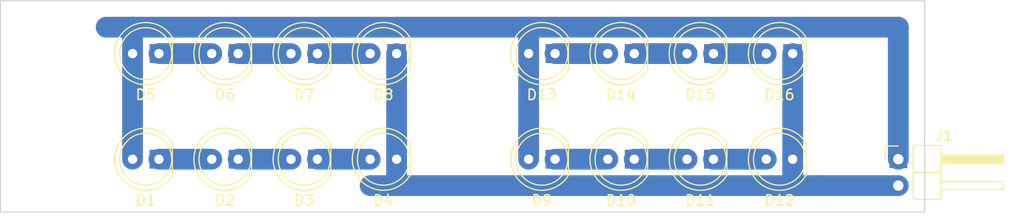
<source format=kicad_pcb>
(kicad_pcb (version 20211014) (generator pcbnew)
  (layers (0 "F.Cu" signal) (31 "B.Cu" signal) (34 "B.Paste" user) (35 "F.Paste" user) (36 "B.SilkS" user "B.Silkscreen") (37 "F.SilkS" user "F.Silkscreen") (38 "B.Mask" user) (39 "F.Mask" user) (44 "Edge.Cuts" user))
  (net 0 "")
  (net 1 "Net-(D1-Pad1)")
  (net 2 "Net-(D1-Pad2)")
  (net 3 "Net-(D2-Pad1)")
  (net 4 "Net-(D3-Pad1)")
  (net 5 "Net-(D12-Pad1)")
  (net 6 "Net-(D5-Pad1)")
  (net 7 "Net-(D6-Pad1)")
  (net 8 "Net-(D7-Pad1)")
  (net 9 "Net-(D10-Pad2)")
  (net 10 "Net-(D10-Pad1)")
  (net 11 "Net-(D11-Pad1)")
  (net 12 "Net-(D13-Pad1)")
  (net 13 "Net-(D14-Pad1)")
  (net 14 "Net-(D15-Pad1)")
  (footprint "LED_THT:LED_D5.0mm" (layer "F.Cu") (at 132.08 111.76 180)
    (fp_text reference "D7" (at 1.27 -3.96) (layer "F.SilkS"))
    (fp_text value "LED")
    (fp_line (start -1.29 -1.545) (end -1.29 1.545) (layer "F.SilkS") (width 0.12))
    (fp_arc (start -1.29 -1.54483) (mid 2.072002 -2.880433) (end 4.26 0.000462) (layer "F.SilkS") (width 0.12))
    (fp_arc (start 4.26 -0.000462) (mid 2.072002 2.880433) (end -1.29 1.54483) (layer "F.SilkS") (width 0.12))
    (fp_circle (center 1.27 0) (end 3.77 0) (layer "F.SilkS") (width 0.12) (fill none))
    (pad "1" thru_hole rect (at 0 0 180) (size 1.8 1.8) (drill 0.9) (layers *.Cu *.Mask) (net 8 "Net-(D7-Pad1)"))
    (pad "2" thru_hole circle (at 2.54 0 180) (size 1.8 1.8) (drill 0.9) (layers *.Cu *.Mask) (net 7 "Net-(D6-Pad1)"))
  )
  (footprint "LED_THT:LED_D5.0mm" (layer "F.Cu") (at 124.46 121.92 180)
    (fp_text reference "D2" (at 1.27 -3.96) (layer "F.SilkS"))
    (fp_text value "LED")
    (fp_line (start -1.29 -1.545) (end -1.29 1.545) (layer "F.SilkS") (width 0.12))
    (fp_arc (start 4.26 -0.000462) (mid 2.072002 2.880433) (end -1.29 1.54483) (layer "F.SilkS") (width 0.12))
    (fp_arc (start -1.29 -1.54483) (mid 2.072002 -2.880433) (end 4.26 0.000462) (layer "F.SilkS") (width 0.12))
    (fp_circle (center 1.27 0) (end 3.77 0) (layer "F.SilkS") (width 0.12) (fill none))
    (pad "1" thru_hole rect (at 0 0 180) (size 1.8 1.8) (drill 0.9) (layers *.Cu *.Mask) (net 3 "Net-(D2-Pad1)"))
    (pad "2" thru_hole circle (at 2.54 0 180) (size 1.8 1.8) (drill 0.9) (layers *.Cu *.Mask) (net 1 "Net-(D1-Pad1)"))
  )
  (footprint "LED_THT:LED_D5.0mm" (layer "F.Cu") (at 139.7 111.76 180)
    (fp_text reference "D8" (at 1.27 -3.96) (layer "F.SilkS"))
    (fp_text value "LED")
    (fp_line (start -1.29 -1.545) (end -1.29 1.545) (layer "F.SilkS") (width 0.12))
    (fp_arc (start 4.26 -0.000462) (mid 2.072002 2.880433) (end -1.29 1.54483) (layer "F.SilkS") (width 0.12))
    (fp_arc (start -1.29 -1.54483) (mid 2.072002 -2.880433) (end 4.26 0.000462) (layer "F.SilkS") (width 0.12))
    (fp_circle (center 1.27 0) (end 3.77 0) (layer "F.SilkS") (width 0.12) (fill none))
    (pad "1" thru_hole rect (at 0 0 180) (size 1.8 1.8) (drill 0.9) (layers *.Cu *.Mask) (net 5 "Net-(D12-Pad1)"))
    (pad "2" thru_hole circle (at 2.54 0 180) (size 1.8 1.8) (drill 0.9) (layers *.Cu *.Mask) (net 8 "Net-(D7-Pad1)"))
  )
  (footprint "LED_THT:LED_D5.0mm" (layer "F.Cu") (at 116.84 121.92 180)
    (fp_text reference "D1" (at 1.27 -3.96) (layer "F.SilkS"))
    (fp_text value "LED")
    (fp_line (start -1.29 -1.545) (end -1.29 1.545) (layer "F.SilkS") (width 0.12))
    (fp_arc (start 4.26 -0.000462) (mid 2.072002 2.880433) (end -1.29 1.54483) (layer "F.SilkS") (width 0.12))
    (fp_arc (start -1.29 -1.54483) (mid 2.072002 -2.880433) (end 4.26 0.000462) (layer "F.SilkS") (width 0.12))
    (fp_circle (center 1.27 0) (end 3.77 0) (layer "F.SilkS") (width 0.12) (fill none))
    (pad "1" thru_hole rect (at 0 0 180) (size 1.8 1.8) (drill 0.9) (layers *.Cu *.Mask) (net 1 "Net-(D1-Pad1)"))
    (pad "2" thru_hole circle (at 2.54 0 180) (size 1.8 1.8) (drill 0.9) (layers *.Cu *.Mask) (net 2 "Net-(D1-Pad2)"))
  )
  (footprint "LED_THT:LED_D5.0mm" (layer "F.Cu") (at 116.84 111.76 180)
    (fp_text reference "D5" (at 1.27 -3.96) (layer "F.SilkS"))
    (fp_text value "LED")
    (fp_line (start -1.29 -1.545) (end -1.29 1.545) (layer "F.SilkS") (width 0.12))
    (fp_arc (start -1.29 -1.54483) (mid 2.072002 -2.880433) (end 4.26 0.000462) (layer "F.SilkS") (width 0.12))
    (fp_arc (start 4.26 -0.000462) (mid 2.072002 2.880433) (end -1.29 1.54483) (layer "F.SilkS") (width 0.12))
    (fp_circle (center 1.27 0) (end 3.77 0) (layer "F.SilkS") (width 0.12) (fill none))
    (pad "1" thru_hole rect (at 0 0 180) (size 1.8 1.8) (drill 0.9) (layers *.Cu *.Mask) (net 6 "Net-(D5-Pad1)"))
    (pad "2" thru_hole circle (at 2.54 0 180) (size 1.8 1.8) (drill 0.9) (layers *.Cu *.Mask) (net 2 "Net-(D1-Pad2)"))
  )
  (footprint "LED_THT:LED_D5.0mm" (layer "F.Cu") (at 162.56 121.92 180)
    (fp_text reference "D10" (at 1.27 -3.96) (layer "F.SilkS"))
    (fp_text value "LED")
    (fp_line (start -1.29 -1.545) (end -1.29 1.545) (layer "F.SilkS") (width 0.12))
    (fp_arc (start 4.26 -0.000462) (mid 2.072002 2.880433) (end -1.29 1.54483) (layer "F.SilkS") (width 0.12))
    (fp_arc (start -1.29 -1.54483) (mid 2.072002 -2.880433) (end 4.26 0.000462) (layer "F.SilkS") (width 0.12))
    (fp_circle (center 1.27 0) (end 3.77 0) (layer "F.SilkS") (width 0.12) (fill none))
    (pad "1" thru_hole rect (at 0 0 180) (size 1.8 1.8) (drill 0.9) (layers *.Cu *.Mask) (net 10 "Net-(D10-Pad1)"))
    (pad "2" thru_hole circle (at 2.54 0 180) (size 1.8 1.8) (drill 0.9) (layers *.Cu *.Mask) (net 9 "Net-(D10-Pad2)"))
  )
  (footprint "LED_THT:LED_D5.0mm" (layer "F.Cu") (at 132.08 121.92 180)
    (fp_text reference "D3" (at 1.27 -3.96) (layer "F.SilkS"))
    (fp_text value "LED")
    (fp_line (start -1.29 -1.545) (end -1.29 1.545) (layer "F.SilkS") (width 0.12))
    (fp_arc (start 4.26 -0.000462) (mid 2.072002 2.880433) (end -1.29 1.54483) (layer "F.SilkS") (width 0.12))
    (fp_arc (start -1.29 -1.54483) (mid 2.072002 -2.880433) (end 4.26 0.000462) (layer "F.SilkS") (width 0.12))
    (fp_circle (center 1.27 0) (end 3.77 0) (layer "F.SilkS") (width 0.12) (fill none))
    (pad "1" thru_hole rect (at 0 0 180) (size 1.8 1.8) (drill 0.9) (layers *.Cu *.Mask) (net 4 "Net-(D3-Pad1)"))
    (pad "2" thru_hole circle (at 2.54 0 180) (size 1.8 1.8) (drill 0.9) (layers *.Cu *.Mask) (net 3 "Net-(D2-Pad1)"))
  )
  (footprint "LED_THT:LED_D5.0mm" (layer "F.Cu") (at 177.8 121.92 180)
    (fp_text reference "D12" (at 1.27 -3.96) (layer "F.SilkS"))
    (fp_text value "LED")
    (fp_line (start -1.29 -1.545) (end -1.29 1.545) (layer "F.SilkS") (width 0.12))
    (fp_arc (start 4.26 -0.000462) (mid 2.072002 2.880433) (end -1.29 1.54483) (layer "F.SilkS") (width 0.12))
    (fp_arc (start -1.29 -1.54483) (mid 2.072002 -2.880433) (end 4.26 0.000462) (layer "F.SilkS") (width 0.12))
    (fp_circle (center 1.27 0) (end 3.77 0) (layer "F.SilkS") (width 0.12) (fill none))
    (pad "1" thru_hole rect (at 0 0 180) (size 1.8 1.8) (drill 0.9) (layers *.Cu *.Mask) (net 5 "Net-(D12-Pad1)"))
    (pad "2" thru_hole circle (at 2.54 0 180) (size 1.8 1.8) (drill 0.9) (layers *.Cu *.Mask) (net 11 "Net-(D11-Pad1)"))
  )
  (footprint "LED_THT:LED_D5.0mm" (layer "F.Cu") (at 154.94 121.92 180)
    (fp_text reference "D9" (at 1.27 -3.96) (layer "F.SilkS"))
    (fp_text value "LED")
    (fp_line (start -1.29 -1.545) (end -1.29 1.545) (layer "F.SilkS") (width 0.12))
    (fp_arc (start -1.29 -1.54483) (mid 2.072002 -2.880433) (end 4.26 0.000462) (layer "F.SilkS") (width 0.12))
    (fp_arc (start 4.26 -0.000462) (mid 2.072002 2.880433) (end -1.29 1.54483) (layer "F.SilkS") (width 0.12))
    (fp_circle (center 1.27 0) (end 3.77 0) (layer "F.SilkS") (width 0.12) (fill none))
    (pad "1" thru_hole rect (at 0 0 180) (size 1.8 1.8) (drill 0.9) (layers *.Cu *.Mask) (net 9 "Net-(D10-Pad2)"))
    (pad "2" thru_hole circle (at 2.54 0 180) (size 1.8 1.8) (drill 0.9) (layers *.Cu *.Mask) (net 2 "Net-(D1-Pad2)"))
  )
  (footprint "LED_THT:LED_D5.0mm" (layer "F.Cu") (at 170.18 121.92 180)
    (fp_text reference "D11" (at 1.27 -3.96) (layer "F.SilkS"))
    (fp_text value "LED")
    (fp_line (start -1.29 -1.545) (end -1.29 1.545) (layer "F.SilkS") (width 0.12))
    (fp_arc (start -1.29 -1.54483) (mid 2.072002 -2.880433) (end 4.26 0.000462) (layer "F.SilkS") (width 0.12))
    (fp_arc (start 4.26 -0.000462) (mid 2.072002 2.880433) (end -1.29 1.54483) (layer "F.SilkS") (width 0.12))
    (fp_circle (center 1.27 0) (end 3.77 0) (layer "F.SilkS") (width 0.12) (fill none))
    (pad "1" thru_hole rect (at 0 0 180) (size 1.8 1.8) (drill 0.9) (layers *.Cu *.Mask) (net 11 "Net-(D11-Pad1)"))
    (pad "2" thru_hole circle (at 2.54 0 180) (size 1.8 1.8) (drill 0.9) (layers *.Cu *.Mask) (net 10 "Net-(D10-Pad1)"))
  )
  (footprint "LED_THT:LED_D5.0mm" (layer "F.Cu") (at 139.7 121.92 180)
    (fp_text reference "D4" (at 1.27 -3.96) (layer "F.SilkS"))
    (fp_text value "LED")
    (fp_line (start -1.29 -1.545) (end -1.29 1.545) (layer "F.SilkS") (width 0.12))
    (fp_arc (start 4.26 -0.000462) (mid 2.072002 2.880433) (end -1.29 1.54483) (layer "F.SilkS") (width 0.12))
    (fp_arc (start -1.29 -1.54483) (mid 2.072002 -2.880433) (end 4.26 0.000462) (layer "F.SilkS") (width 0.12))
    (fp_circle (center 1.27 0) (end 3.77 0) (layer "F.SilkS") (width 0.12) (fill none))
    (pad "1" thru_hole rect (at 0 0 180) (size 1.8 1.8) (drill 0.9) (layers *.Cu *.Mask) (net 5 "Net-(D12-Pad1)"))
    (pad "2" thru_hole circle (at 2.54 0 180) (size 1.8 1.8) (drill 0.9) (layers *.Cu *.Mask) (net 4 "Net-(D3-Pad1)"))
  )
  (footprint "LED_THT:LED_D5.0mm" (layer "F.Cu") (at 124.46 111.76 180)
    (fp_text reference "D6" (at 1.27 -3.96) (layer "F.SilkS"))
    (fp_text value "LED")
    (fp_line (start -1.29 -1.545) (end -1.29 1.545) (layer "F.SilkS") (width 0.12))
    (fp_arc (start 4.26 -0.000462) (mid 2.072002 2.880433) (end -1.29 1.54483) (layer "F.SilkS") (width 0.12))
    (fp_arc (start -1.29 -1.54483) (mid 2.072002 -2.880433) (end 4.26 0.000462) (layer "F.SilkS") (width 0.12))
    (fp_circle (center 1.27 0) (end 3.77 0) (layer "F.SilkS") (width 0.12) (fill none))
    (pad "1" thru_hole rect (at 0 0 180) (size 1.8 1.8) (drill 0.9) (layers *.Cu *.Mask) (net 7 "Net-(D6-Pad1)"))
    (pad "2" thru_hole circle (at 2.54 0 180) (size 1.8 1.8) (drill 0.9) (layers *.Cu *.Mask) (net 6 "Net-(D5-Pad1)"))
  )
  (footprint "LED_THT:LED_D5.0mm" (layer "F.Cu") (at 170.18 111.76 180)
    (fp_text reference "D15" (at 1.27 -3.96) (layer "F.SilkS"))
    (fp_text value "LED")
    (fp_line (start -1.29 -1.545) (end -1.29 1.545) (layer "F.SilkS") (width 0.12))
    (fp_arc (start 4.26 -0.000462) (mid 2.072002 2.880433) (end -1.29 1.54483) (layer "F.SilkS") (width 0.12))
    (fp_arc (start -1.29 -1.54483) (mid 2.072002 -2.880433) (end 4.26 0.000462) (layer "F.SilkS") (width 0.12))
    (fp_circle (center 1.27 0) (end 3.77 0) (layer "F.SilkS") (width 0.12) (fill none))
    (pad "1" thru_hole rect (at 0 0 180) (size 1.8 1.8) (drill 0.9) (layers *.Cu *.Mask) (net 14 "Net-(D15-Pad1)"))
    (pad "2" thru_hole circle (at 2.54 0 180) (size 1.8 1.8) (drill 0.9) (layers *.Cu *.Mask) (net 13 "Net-(D14-Pad1)"))
  )
  (footprint "LED_THT:LED_D5.0mm" (layer "F.Cu") (at 162.56 111.76 180)
    (fp_text reference "D14" (at 1.27 -3.96) (layer "F.SilkS"))
    (fp_text value "LED")
    (fp_line (start -1.29 -1.545) (end -1.29 1.545) (layer "F.SilkS") (width 0.12))
    (fp_arc (start -1.29 -1.54483) (mid 2.072002 -2.880433) (end 4.26 0.000462) (layer "F.SilkS") (width 0.12))
    (fp_arc (start 4.26 -0.000462) (mid 2.072002 2.880433) (end -1.29 1.54483) (layer "F.SilkS") (width 0.12))
    (fp_circle (center 1.27 0) (end 3.77 0) (layer "F.SilkS") (width 0.12) (fill none))
    (pad "1" thru_hole rect (at 0 0 180) (size 1.8 1.8) (drill 0.9) (layers *.Cu *.Mask) (net 13 "Net-(D14-Pad1)"))
    (pad "2" thru_hole circle (at 2.54 0 180) (size 1.8 1.8) (drill 0.9) (layers *.Cu *.Mask) (net 12 "Net-(D13-Pad1)"))
  )
  (footprint "Connector_PinHeader_2.54mm:PinHeader_1x02_P2.54mm_Horizontal" (layer "F.Cu") (at 187.96 121.92)
    (fp_text reference "J1" (at 4.385 -2.27) (layer "F.SilkS"))
    (fp_text value "Conn_01x02_Female")
    (fp_line (start -1.27 -1.27) (end 0 -1.27) (layer "F.SilkS") (width 0.12))
    (fp_line (start 10.1 0.38) (end 4.1 0.38) (layer "F.SilkS") (width 0.12))
    (fp_line (start 4.1 2.16) (end 10.1 2.16) (layer "F.SilkS") (width 0.12))
    (fp_line (start 1.44 1.27) (end 4.1 1.27) (layer "F.SilkS") (width 0.12))
    (fp_line (start 1.11 0.38) (end 1.44 0.38) (layer "F.SilkS") (width 0.12))
    (fp_line (start 4.1 -0.38) (end 10.1 -0.38) (layer "F.SilkS") (width 0.12))
    (fp_line (start 4.1 0.16) (end 10.1 0.16) (layer "F.SilkS") (width 0.12))
    (fp_line (start -1.27 0) (end -1.27 -1.27) (layer "F.SilkS") (width 0.12))
    (fp_line (start 4.1 3.87) (end 4.1 -1.33) (layer "F.SilkS") (width 0.12))
    (fp_line (start 4.1 0.04) (end 10.1 0.04) (layer "F.SilkS") (width 0.12))
    (fp_line (start 1.44 -1.33) (end 1.44 3.87) (layer "F.SilkS") (width 0.12))
    (fp_line (start 4.1 -0.32) (end 10.1 -0.32) (layer "F.SilkS") (width 0.12))
    (fp_line (start 10.1 2.92) (end 4.1 2.92) (layer "F.SilkS") (width 0.12))
    (fp_line (start 1.042929 2.92) (end 1.44 2.92) (layer "F.SilkS") (width 0.12))
    (fp_line (start 10.1 -0.38) (end 10.1 0.38) (layer "F.SilkS") (width 0.12))
    (fp_line (start 4.1 -1.33) (end 1.44 -1.33) (layer "F.SilkS") (width 0.12))
    (fp_line (start 10.1 2.16) (end 10.1 2.92) (layer "F.SilkS") (width 0.12))
    (fp_line (start 1.042929 2.16) (end 1.44 2.16) (layer "F.SilkS") (width 0.12))
    (fp_line (start 4.1 -0.2) (end 10.1 -0.2) (layer "F.SilkS") (width 0.12))
    (fp_line (start 1.44 3.87) (end 4.1 3.87) (layer "F.SilkS") (width 0.12))
    (fp_line (start 1.11 -0.38) (end 1.44 -0.38) (layer "F.SilkS") (width 0.12))
    (fp_line (start 4.1 -0.08) (end 10.1 -0.08) (layer "F.SilkS") (width 0.12))
    (fp_line (start 4.1 0.28) (end 10.1 0.28) (layer "F.SilkS") (width 0.12))
    (pad "1" thru_hole rect (at 0 0) (size 1.7 1.7) (drill 1) (layers *.Cu *.Mask) (net 2 "Net-(D1-Pad2)"))
    (pad "2" thru_hole oval (at 0 2.54) (size 1.7 1.7) (drill 1) (layers *.Cu *.Mask) (net 5 "Net-(D12-Pad1)"))
  )
  (footprint "LED_THT:LED_D5.0mm" (layer "F.Cu") (at 154.94 111.76 180)
    (fp_text reference "D13" (at 1.27 -3.96) (layer "F.SilkS"))
    (fp_text value "LED")
    (fp_line (start -1.29 -1.545) (end -1.29 1.545) (layer "F.SilkS") (width 0.12))
    (fp_arc (start -1.29 -1.54483) (mid 2.072002 -2.880433) (end 4.26 0.000462) (layer "F.SilkS") (width 0.12))
    (fp_arc (start 4.26 -0.000462) (mid 2.072002 2.880433) (end -1.29 1.54483) (layer "F.SilkS") (width 0.12))
    (fp_circle (center 1.27 0) (end 3.77 0) (layer "F.SilkS") (width 0.12) (fill none))
    (pad "1" thru_hole rect (at 0 0 180) (size 1.8 1.8) (drill 0.9) (layers *.Cu *.Mask) (net 12 "Net-(D13-Pad1)"))
    (pad "2" thru_hole circle (at 2.54 0 180) (size 1.8 1.8) (drill 0.9) (layers *.Cu *.Mask) (net 2 "Net-(D1-Pad2)"))
  )
  (footprint "LED_THT:LED_D5.0mm" (layer "F.Cu") (at 177.8 111.76 180)
    (fp_text reference "D16" (at 1.27 -3.96) (layer "F.SilkS"))
    (fp_text value "LED")
    (fp_line (start -1.29 -1.545) (end -1.29 1.545) (layer "F.SilkS") (width 0.12))
    (fp_arc (start -1.29 -1.54483) (mid 2.072002 -2.880433) (end 4.26 0.000462) (layer "F.SilkS") (width 0.12))
    (fp_arc (start 4.26 -0.000462) (mid 2.072002 2.880433) (end -1.29 1.54483) (layer "F.SilkS") (width 0.12))
    (fp_circle (center 1.27 0) (end 3.77 0) (layer "F.SilkS") (width 0.12) (fill none))
    (pad "1" thru_hole rect (at 0 0 180) (size 1.8 1.8) (drill 0.9) (layers *.Cu *.Mask) (net 5 "Net-(D12-Pad1)"))
    (pad "2" thru_hole circle (at 2.54 0 180) (size 1.8 1.8) (drill 0.9) (layers *.Cu *.Mask) (net 14 "Net-(D15-Pad1)"))
  )
  (gr_rect (start 101.6 127) (end 190.5 106.68) (layer "Edge.Cuts") (width 0.1) (fill none))
  (segment (start 121.92 121.92) (end 116.84 121.92) (width 2) (layer "B.Cu") (net 1))
  (segment (start 152.4 121.92) (end 152.4 111.76) (width 2) (layer "B.Cu") (net 2))
  (segment (start 187.96 121.92) (end 187.96 109.22) (width 2) (layer "B.Cu") (net 2))
  (segment (start 154.94 109.22) (end 111.76 109.22) (width 2) (layer "B.Cu") (net 2))
  (segment (start 114.3 109.22) (end 114.3 111.76) (width 2) (layer "B.Cu") (net 2))
  (segment (start 152.4 109.22) (end 152.4 111.76) (width 2) (layer "B.Cu") (net 2))
  (segment (start 187.96 109.22) (end 154.94 109.22) (width 2) (layer "B.Cu") (net 2))
  (segment (start 114.3 121.92) (end 114.3 111.76) (width 2) (layer "B.Cu") (net 2))
  (segment (start 129.54 121.92) (end 124.46 121.92) (width 2) (layer "B.Cu") (net 3))
  (segment (start 137.16 121.92) (end 132.08 121.92) (width 2) (layer "B.Cu") (net 4))
  (segment (start 177.8 121.92) (end 177.8 111.76) (width 2) (layer "B.Cu") (net 5))
  (segment (start 187.96 124.46) (end 180.34 124.46) (width 2) (layer "B.Cu") (net 5))
  (segment (start 139.7 124.46) (end 139.7 121.92) (width 2) (layer "B.Cu") (net 5))
  (segment (start 139.7 121.92) (end 139.7 111.76) (width 2) (layer "B.Cu") (net 5))
  (segment (start 177.8 124.46) (end 177.8 121.92) (width 2) (layer "B.Cu") (net 5))
  (segment (start 180.34 124.46) (end 137.16 124.46) (width 2) (layer "B.Cu") (net 5))
  (segment (start 121.92 111.76) (end 116.84 111.76) (width 2) (layer "B.Cu") (net 6))
  (segment (start 129.54 111.76) (end 124.46 111.76) (width 2) (layer "B.Cu") (net 7))
  (segment (start 137.16 111.76) (end 132.08 111.76) (width 2) (layer "B.Cu") (net 8))
  (segment (start 160.02 121.92) (end 154.94 121.92) (width 2) (layer "B.Cu") (net 9))
  (segment (start 167.64 121.92) (end 162.56 121.92) (width 2) (layer "B.Cu") (net 10))
  (segment (start 175.26 121.92) (end 170.18 121.92) (width 2) (layer "B.Cu") (net 11))
  (segment (start 160.02 111.76) (end 154.94 111.76) (width 2) (layer "B.Cu") (net 12))
  (segment (start 167.64 111.76) (end 162.56 111.76) (width 2) (layer "B.Cu") (net 13))
  (segment (start 175.26 111.76) (end 170.18 111.76) (width 2) (layer "B.Cu") (net 14))
)
</source>
